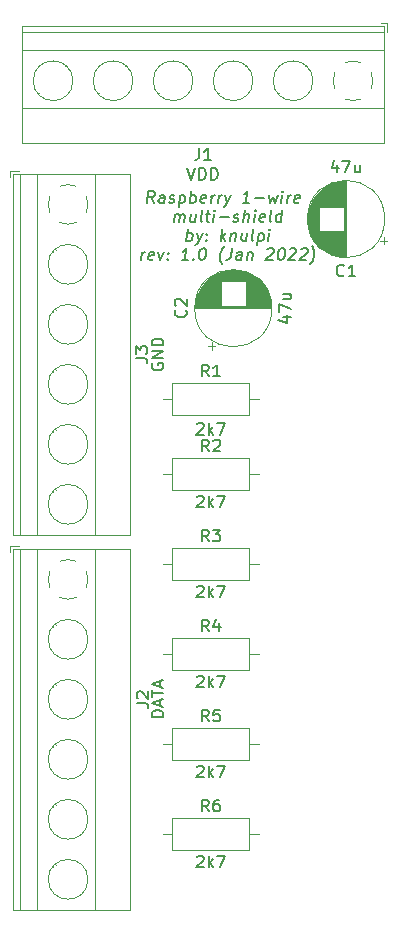
<source format=gbr>
%TF.GenerationSoftware,KiCad,Pcbnew,(6.0.0)*%
%TF.CreationDate,2022-01-13T23:18:41+01:00*%
%TF.ProjectId,pi-1w-shield,70692d31-772d-4736-9869-656c642e6b69,1.0*%
%TF.SameCoordinates,Original*%
%TF.FileFunction,Legend,Top*%
%TF.FilePolarity,Positive*%
%FSLAX46Y46*%
G04 Gerber Fmt 4.6, Leading zero omitted, Abs format (unit mm)*
G04 Created by KiCad (PCBNEW (6.0.0)) date 2022-01-13 23:18:41*
%MOMM*%
%LPD*%
G01*
G04 APERTURE LIST*
%ADD10C,0.150000*%
%ADD11C,0.120000*%
G04 APERTURE END LIST*
D10*
X157116582Y-54486091D02*
X156842772Y-54009901D01*
X156545153Y-54486091D02*
X156670153Y-53486091D01*
X157051105Y-53486091D01*
X157140391Y-53533711D01*
X157182058Y-53581330D01*
X157217772Y-53676568D01*
X157199915Y-53819425D01*
X157140391Y-53914663D01*
X157086820Y-53962282D01*
X156985629Y-54009901D01*
X156604677Y-54009901D01*
X157973725Y-54486091D02*
X158039201Y-53962282D01*
X158003486Y-53867044D01*
X157914201Y-53819425D01*
X157723725Y-53819425D01*
X157622534Y-53867044D01*
X157979677Y-54438472D02*
X157878486Y-54486091D01*
X157640391Y-54486091D01*
X157551105Y-54438472D01*
X157515391Y-54343234D01*
X157527296Y-54247996D01*
X157586820Y-54152758D01*
X157688010Y-54105139D01*
X157926105Y-54105139D01*
X158027296Y-54057520D01*
X158408248Y-54438472D02*
X158497534Y-54486091D01*
X158688010Y-54486091D01*
X158789201Y-54438472D01*
X158848725Y-54343234D01*
X158854677Y-54295615D01*
X158818963Y-54200377D01*
X158729677Y-54152758D01*
X158586820Y-54152758D01*
X158497534Y-54105139D01*
X158461820Y-54009901D01*
X158467772Y-53962282D01*
X158527296Y-53867044D01*
X158628486Y-53819425D01*
X158771344Y-53819425D01*
X158860629Y-53867044D01*
X159342772Y-53819425D02*
X159217772Y-54819425D01*
X159336820Y-53867044D02*
X159438010Y-53819425D01*
X159628486Y-53819425D01*
X159717772Y-53867044D01*
X159759439Y-53914663D01*
X159795153Y-54009901D01*
X159759439Y-54295615D01*
X159699915Y-54390853D01*
X159646344Y-54438472D01*
X159545153Y-54486091D01*
X159354677Y-54486091D01*
X159265391Y-54438472D01*
X160164201Y-54486091D02*
X160289201Y-53486091D01*
X160241582Y-53867044D02*
X160342772Y-53819425D01*
X160533248Y-53819425D01*
X160622534Y-53867044D01*
X160664201Y-53914663D01*
X160699915Y-54009901D01*
X160664201Y-54295615D01*
X160604677Y-54390853D01*
X160551105Y-54438472D01*
X160449915Y-54486091D01*
X160259439Y-54486091D01*
X160170153Y-54438472D01*
X161455867Y-54438472D02*
X161354677Y-54486091D01*
X161164201Y-54486091D01*
X161074915Y-54438472D01*
X161039201Y-54343234D01*
X161086820Y-53962282D01*
X161146344Y-53867044D01*
X161247534Y-53819425D01*
X161438010Y-53819425D01*
X161527296Y-53867044D01*
X161563010Y-53962282D01*
X161551105Y-54057520D01*
X161063010Y-54152758D01*
X161926105Y-54486091D02*
X162009439Y-53819425D01*
X161985629Y-54009901D02*
X162045153Y-53914663D01*
X162098725Y-53867044D01*
X162199915Y-53819425D01*
X162295153Y-53819425D01*
X162545153Y-54486091D02*
X162628486Y-53819425D01*
X162604677Y-54009901D02*
X162664201Y-53914663D01*
X162717772Y-53867044D01*
X162818963Y-53819425D01*
X162914201Y-53819425D01*
X163152296Y-53819425D02*
X163307058Y-54486091D01*
X163628486Y-53819425D02*
X163307058Y-54486091D01*
X163182058Y-54724187D01*
X163128486Y-54771806D01*
X163027296Y-54819425D01*
X165211820Y-54486091D02*
X164640391Y-54486091D01*
X164926105Y-54486091D02*
X165051105Y-53486091D01*
X164938010Y-53628949D01*
X164830867Y-53724187D01*
X164729677Y-53771806D01*
X165688010Y-54105139D02*
X166449915Y-54105139D01*
X166866582Y-53819425D02*
X166973725Y-54486091D01*
X167223725Y-54009901D01*
X167354677Y-54486091D01*
X167628486Y-53819425D01*
X167926105Y-54486091D02*
X168009439Y-53819425D01*
X168051105Y-53486091D02*
X167997534Y-53533711D01*
X168039201Y-53581330D01*
X168092772Y-53533711D01*
X168051105Y-53486091D01*
X168039201Y-53581330D01*
X168402296Y-54486091D02*
X168485629Y-53819425D01*
X168461820Y-54009901D02*
X168521344Y-53914663D01*
X168574915Y-53867044D01*
X168676105Y-53819425D01*
X168771344Y-53819425D01*
X169408248Y-54438472D02*
X169307058Y-54486091D01*
X169116582Y-54486091D01*
X169027296Y-54438472D01*
X168991582Y-54343234D01*
X169039201Y-53962282D01*
X169098725Y-53867044D01*
X169199915Y-53819425D01*
X169390391Y-53819425D01*
X169479677Y-53867044D01*
X169515391Y-53962282D01*
X169503486Y-54057520D01*
X169015391Y-54152758D01*
X158830867Y-56096091D02*
X158914201Y-55429425D01*
X158902296Y-55524663D02*
X158955867Y-55477044D01*
X159057058Y-55429425D01*
X159199915Y-55429425D01*
X159289201Y-55477044D01*
X159324915Y-55572282D01*
X159259439Y-56096091D01*
X159324915Y-55572282D02*
X159384439Y-55477044D01*
X159485629Y-55429425D01*
X159628486Y-55429425D01*
X159717772Y-55477044D01*
X159753486Y-55572282D01*
X159688010Y-56096091D01*
X160676105Y-55429425D02*
X160592772Y-56096091D01*
X160247534Y-55429425D02*
X160182058Y-55953234D01*
X160217772Y-56048472D01*
X160307058Y-56096091D01*
X160449915Y-56096091D01*
X160551105Y-56048472D01*
X160604677Y-56000853D01*
X161211820Y-56096091D02*
X161122534Y-56048472D01*
X161086820Y-55953234D01*
X161193963Y-55096091D01*
X161533248Y-55429425D02*
X161914201Y-55429425D01*
X161717772Y-55096091D02*
X161610629Y-55953234D01*
X161646344Y-56048472D01*
X161735629Y-56096091D01*
X161830867Y-56096091D01*
X162164201Y-56096091D02*
X162247534Y-55429425D01*
X162289201Y-55096091D02*
X162235629Y-55143711D01*
X162277296Y-55191330D01*
X162330867Y-55143711D01*
X162289201Y-55096091D01*
X162277296Y-55191330D01*
X162688010Y-55715139D02*
X163449915Y-55715139D01*
X163836820Y-56048472D02*
X163926105Y-56096091D01*
X164116582Y-56096091D01*
X164217772Y-56048472D01*
X164277296Y-55953234D01*
X164283248Y-55905615D01*
X164247534Y-55810377D01*
X164158248Y-55762758D01*
X164015391Y-55762758D01*
X163926105Y-55715139D01*
X163890391Y-55619901D01*
X163896344Y-55572282D01*
X163955867Y-55477044D01*
X164057058Y-55429425D01*
X164199915Y-55429425D01*
X164289201Y-55477044D01*
X164688010Y-56096091D02*
X164813010Y-55096091D01*
X165116582Y-56096091D02*
X165182058Y-55572282D01*
X165146344Y-55477044D01*
X165057058Y-55429425D01*
X164914201Y-55429425D01*
X164813010Y-55477044D01*
X164759439Y-55524663D01*
X165592772Y-56096091D02*
X165676105Y-55429425D01*
X165717772Y-55096091D02*
X165664201Y-55143711D01*
X165705867Y-55191330D01*
X165759439Y-55143711D01*
X165717772Y-55096091D01*
X165705867Y-55191330D01*
X166455867Y-56048472D02*
X166354677Y-56096091D01*
X166164201Y-56096091D01*
X166074915Y-56048472D01*
X166039201Y-55953234D01*
X166086820Y-55572282D01*
X166146344Y-55477044D01*
X166247534Y-55429425D01*
X166438010Y-55429425D01*
X166527296Y-55477044D01*
X166563010Y-55572282D01*
X166551105Y-55667520D01*
X166063010Y-55762758D01*
X167068963Y-56096091D02*
X166979677Y-56048472D01*
X166943963Y-55953234D01*
X167051105Y-55096091D01*
X167878486Y-56096091D02*
X168003486Y-55096091D01*
X167884439Y-56048472D02*
X167783248Y-56096091D01*
X167592772Y-56096091D01*
X167503486Y-56048472D01*
X167461820Y-56000853D01*
X167426105Y-55905615D01*
X167461820Y-55619901D01*
X167521344Y-55524663D01*
X167574915Y-55477044D01*
X167676105Y-55429425D01*
X167866582Y-55429425D01*
X167955867Y-55477044D01*
X159878486Y-57706091D02*
X160003486Y-56706091D01*
X159955867Y-57087044D02*
X160057058Y-57039425D01*
X160247534Y-57039425D01*
X160336820Y-57087044D01*
X160378486Y-57134663D01*
X160414201Y-57229901D01*
X160378486Y-57515615D01*
X160318963Y-57610853D01*
X160265391Y-57658472D01*
X160164201Y-57706091D01*
X159973725Y-57706091D01*
X159884439Y-57658472D01*
X160771344Y-57039425D02*
X160926105Y-57706091D01*
X161247534Y-57039425D02*
X160926105Y-57706091D01*
X160801105Y-57944187D01*
X160747534Y-57991806D01*
X160646344Y-58039425D01*
X161557058Y-57610853D02*
X161598725Y-57658472D01*
X161545153Y-57706091D01*
X161503486Y-57658472D01*
X161557058Y-57610853D01*
X161545153Y-57706091D01*
X161622534Y-57087044D02*
X161664201Y-57134663D01*
X161610629Y-57182282D01*
X161568963Y-57134663D01*
X161622534Y-57087044D01*
X161610629Y-57182282D01*
X162783248Y-57706091D02*
X162908248Y-56706091D01*
X162926105Y-57325139D02*
X163164201Y-57706091D01*
X163247534Y-57039425D02*
X162818963Y-57420377D01*
X163676105Y-57039425D02*
X163592772Y-57706091D01*
X163664201Y-57134663D02*
X163717772Y-57087044D01*
X163818963Y-57039425D01*
X163961820Y-57039425D01*
X164051105Y-57087044D01*
X164086820Y-57182282D01*
X164021344Y-57706091D01*
X165009439Y-57039425D02*
X164926105Y-57706091D01*
X164580867Y-57039425D02*
X164515391Y-57563234D01*
X164551105Y-57658472D01*
X164640391Y-57706091D01*
X164783248Y-57706091D01*
X164884439Y-57658472D01*
X164938010Y-57610853D01*
X165545153Y-57706091D02*
X165455867Y-57658472D01*
X165420153Y-57563234D01*
X165527296Y-56706091D01*
X166009439Y-57039425D02*
X165884439Y-58039425D01*
X166003486Y-57087044D02*
X166104677Y-57039425D01*
X166295153Y-57039425D01*
X166384439Y-57087044D01*
X166426105Y-57134663D01*
X166461820Y-57229901D01*
X166426105Y-57515615D01*
X166366582Y-57610853D01*
X166313010Y-57658472D01*
X166211820Y-57706091D01*
X166021344Y-57706091D01*
X165932058Y-57658472D01*
X166830867Y-57706091D02*
X166914201Y-57039425D01*
X166955867Y-56706091D02*
X166902296Y-56753711D01*
X166943963Y-56801330D01*
X166997534Y-56753711D01*
X166955867Y-56706091D01*
X166943963Y-56801330D01*
X156045153Y-59316091D02*
X156128486Y-58649425D01*
X156104677Y-58839901D02*
X156164201Y-58744663D01*
X156217772Y-58697044D01*
X156318963Y-58649425D01*
X156414201Y-58649425D01*
X157051105Y-59268472D02*
X156949915Y-59316091D01*
X156759439Y-59316091D01*
X156670153Y-59268472D01*
X156634439Y-59173234D01*
X156682058Y-58792282D01*
X156741582Y-58697044D01*
X156842772Y-58649425D01*
X157033248Y-58649425D01*
X157122534Y-58697044D01*
X157158248Y-58792282D01*
X157146344Y-58887520D01*
X156658248Y-58982758D01*
X157509439Y-58649425D02*
X157664201Y-59316091D01*
X157985629Y-58649425D01*
X158295153Y-59220853D02*
X158336820Y-59268472D01*
X158283248Y-59316091D01*
X158241582Y-59268472D01*
X158295153Y-59220853D01*
X158283248Y-59316091D01*
X158360629Y-58697044D02*
X158402296Y-58744663D01*
X158348725Y-58792282D01*
X158307058Y-58744663D01*
X158360629Y-58697044D01*
X158348725Y-58792282D01*
X160045153Y-59316091D02*
X159473725Y-59316091D01*
X159759439Y-59316091D02*
X159884439Y-58316091D01*
X159771344Y-58458949D01*
X159664201Y-58554187D01*
X159563010Y-58601806D01*
X160485629Y-59220853D02*
X160527296Y-59268472D01*
X160473725Y-59316091D01*
X160432058Y-59268472D01*
X160485629Y-59220853D01*
X160473725Y-59316091D01*
X161265391Y-58316091D02*
X161360629Y-58316091D01*
X161449915Y-58363711D01*
X161491582Y-58411330D01*
X161527296Y-58506568D01*
X161551105Y-58697044D01*
X161521344Y-58935139D01*
X161449915Y-59125615D01*
X161390391Y-59220853D01*
X161336820Y-59268472D01*
X161235629Y-59316091D01*
X161140391Y-59316091D01*
X161051105Y-59268472D01*
X161009439Y-59220853D01*
X160973725Y-59125615D01*
X160949915Y-58935139D01*
X160979677Y-58697044D01*
X161051105Y-58506568D01*
X161110629Y-58411330D01*
X161164201Y-58363711D01*
X161265391Y-58316091D01*
X162902296Y-59697044D02*
X162860629Y-59649425D01*
X162783248Y-59506568D01*
X162747534Y-59411330D01*
X162717772Y-59268472D01*
X162699915Y-59030377D01*
X162723725Y-58839901D01*
X162801105Y-58601806D01*
X162866582Y-58458949D01*
X162926105Y-58363711D01*
X163039201Y-58220853D01*
X163092772Y-58173234D01*
X163741582Y-58316091D02*
X163652296Y-59030377D01*
X163586820Y-59173234D01*
X163479677Y-59268472D01*
X163330867Y-59316091D01*
X163235629Y-59316091D01*
X164521344Y-59316091D02*
X164586820Y-58792282D01*
X164551105Y-58697044D01*
X164461820Y-58649425D01*
X164271344Y-58649425D01*
X164170153Y-58697044D01*
X164527296Y-59268472D02*
X164426105Y-59316091D01*
X164188010Y-59316091D01*
X164098725Y-59268472D01*
X164063010Y-59173234D01*
X164074915Y-59077996D01*
X164134439Y-58982758D01*
X164235629Y-58935139D01*
X164473725Y-58935139D01*
X164574915Y-58887520D01*
X165080867Y-58649425D02*
X164997534Y-59316091D01*
X165068963Y-58744663D02*
X165122534Y-58697044D01*
X165223725Y-58649425D01*
X165366582Y-58649425D01*
X165455867Y-58697044D01*
X165491582Y-58792282D01*
X165426105Y-59316091D01*
X166729677Y-58411330D02*
X166783248Y-58363711D01*
X166884439Y-58316091D01*
X167122534Y-58316091D01*
X167211820Y-58363711D01*
X167253486Y-58411330D01*
X167289201Y-58506568D01*
X167277296Y-58601806D01*
X167211820Y-58744663D01*
X166568963Y-59316091D01*
X167188010Y-59316091D01*
X167932058Y-58316091D02*
X168027296Y-58316091D01*
X168116582Y-58363711D01*
X168158248Y-58411330D01*
X168193963Y-58506568D01*
X168217772Y-58697044D01*
X168188010Y-58935139D01*
X168116582Y-59125615D01*
X168057058Y-59220853D01*
X168003486Y-59268472D01*
X167902296Y-59316091D01*
X167807058Y-59316091D01*
X167717772Y-59268472D01*
X167676105Y-59220853D01*
X167640391Y-59125615D01*
X167616582Y-58935139D01*
X167646344Y-58697044D01*
X167717772Y-58506568D01*
X167777296Y-58411330D01*
X167830867Y-58363711D01*
X167932058Y-58316091D01*
X168634439Y-58411330D02*
X168688010Y-58363711D01*
X168789201Y-58316091D01*
X169027296Y-58316091D01*
X169116582Y-58363711D01*
X169158248Y-58411330D01*
X169193963Y-58506568D01*
X169182058Y-58601806D01*
X169116582Y-58744663D01*
X168473725Y-59316091D01*
X169092772Y-59316091D01*
X169586820Y-58411330D02*
X169640391Y-58363711D01*
X169741582Y-58316091D01*
X169979677Y-58316091D01*
X170068963Y-58363711D01*
X170110629Y-58411330D01*
X170146344Y-58506568D01*
X170134439Y-58601806D01*
X170068963Y-58744663D01*
X169426105Y-59316091D01*
X170045153Y-59316091D01*
X170330867Y-59697044D02*
X170384439Y-59649425D01*
X170497534Y-59506568D01*
X170557058Y-59411330D01*
X170622534Y-59268472D01*
X170699915Y-59030377D01*
X170723725Y-58839901D01*
X170705867Y-58601806D01*
X170676105Y-58458949D01*
X170640391Y-58363711D01*
X170563010Y-58220853D01*
X170521344Y-58173234D01*
%TO.C,R5*%
X161778333Y-98382380D02*
X161445000Y-97906190D01*
X161206904Y-98382380D02*
X161206904Y-97382380D01*
X161587857Y-97382380D01*
X161683095Y-97430000D01*
X161730714Y-97477619D01*
X161778333Y-97572857D01*
X161778333Y-97715714D01*
X161730714Y-97810952D01*
X161683095Y-97858571D01*
X161587857Y-97906190D01*
X161206904Y-97906190D01*
X162683095Y-97382380D02*
X162206904Y-97382380D01*
X162159285Y-97858571D01*
X162206904Y-97810952D01*
X162302142Y-97763333D01*
X162540238Y-97763333D01*
X162635476Y-97810952D01*
X162683095Y-97858571D01*
X162730714Y-97953809D01*
X162730714Y-98191904D01*
X162683095Y-98287142D01*
X162635476Y-98334761D01*
X162540238Y-98382380D01*
X162302142Y-98382380D01*
X162206904Y-98334761D01*
X162159285Y-98287142D01*
X160778333Y-102217619D02*
X160825952Y-102170000D01*
X160921190Y-102122380D01*
X161159285Y-102122380D01*
X161254523Y-102170000D01*
X161302142Y-102217619D01*
X161349761Y-102312857D01*
X161349761Y-102408095D01*
X161302142Y-102550952D01*
X160730714Y-103122380D01*
X161349761Y-103122380D01*
X161778333Y-103122380D02*
X161778333Y-102122380D01*
X161873571Y-102741428D02*
X162159285Y-103122380D01*
X162159285Y-102455714D02*
X161778333Y-102836666D01*
X162492619Y-102122380D02*
X163159285Y-102122380D01*
X162730714Y-103122380D01*
%TO.C,R2*%
X161778333Y-75522380D02*
X161445000Y-75046190D01*
X161206904Y-75522380D02*
X161206904Y-74522380D01*
X161587857Y-74522380D01*
X161683095Y-74570000D01*
X161730714Y-74617619D01*
X161778333Y-74712857D01*
X161778333Y-74855714D01*
X161730714Y-74950952D01*
X161683095Y-74998571D01*
X161587857Y-75046190D01*
X161206904Y-75046190D01*
X162159285Y-74617619D02*
X162206904Y-74570000D01*
X162302142Y-74522380D01*
X162540238Y-74522380D01*
X162635476Y-74570000D01*
X162683095Y-74617619D01*
X162730714Y-74712857D01*
X162730714Y-74808095D01*
X162683095Y-74950952D01*
X162111666Y-75522380D01*
X162730714Y-75522380D01*
X160778333Y-79357619D02*
X160825952Y-79310000D01*
X160921190Y-79262380D01*
X161159285Y-79262380D01*
X161254523Y-79310000D01*
X161302142Y-79357619D01*
X161349761Y-79452857D01*
X161349761Y-79548095D01*
X161302142Y-79690952D01*
X160730714Y-80262380D01*
X161349761Y-80262380D01*
X161778333Y-80262380D02*
X161778333Y-79262380D01*
X161873571Y-79881428D02*
X162159285Y-80262380D01*
X162159285Y-79595714D02*
X161778333Y-79976666D01*
X162492619Y-79262380D02*
X163159285Y-79262380D01*
X162730714Y-80262380D01*
%TO.C,R4*%
X161778333Y-90762380D02*
X161445000Y-90286190D01*
X161206904Y-90762380D02*
X161206904Y-89762380D01*
X161587857Y-89762380D01*
X161683095Y-89810000D01*
X161730714Y-89857619D01*
X161778333Y-89952857D01*
X161778333Y-90095714D01*
X161730714Y-90190952D01*
X161683095Y-90238571D01*
X161587857Y-90286190D01*
X161206904Y-90286190D01*
X162635476Y-90095714D02*
X162635476Y-90762380D01*
X162397380Y-89714761D02*
X162159285Y-90429047D01*
X162778333Y-90429047D01*
X160778333Y-94597619D02*
X160825952Y-94550000D01*
X160921190Y-94502380D01*
X161159285Y-94502380D01*
X161254523Y-94550000D01*
X161302142Y-94597619D01*
X161349761Y-94692857D01*
X161349761Y-94788095D01*
X161302142Y-94930952D01*
X160730714Y-95502380D01*
X161349761Y-95502380D01*
X161778333Y-95502380D02*
X161778333Y-94502380D01*
X161873571Y-95121428D02*
X162159285Y-95502380D01*
X162159285Y-94835714D02*
X161778333Y-95216666D01*
X162492619Y-94502380D02*
X163159285Y-94502380D01*
X162730714Y-95502380D01*
%TO.C,R1*%
X161778333Y-69172380D02*
X161445000Y-68696190D01*
X161206904Y-69172380D02*
X161206904Y-68172380D01*
X161587857Y-68172380D01*
X161683095Y-68220000D01*
X161730714Y-68267619D01*
X161778333Y-68362857D01*
X161778333Y-68505714D01*
X161730714Y-68600952D01*
X161683095Y-68648571D01*
X161587857Y-68696190D01*
X161206904Y-68696190D01*
X162730714Y-69172380D02*
X162159285Y-69172380D01*
X162445000Y-69172380D02*
X162445000Y-68172380D01*
X162349761Y-68315238D01*
X162254523Y-68410476D01*
X162159285Y-68458095D01*
X160778333Y-73207619D02*
X160825952Y-73160000D01*
X160921190Y-73112380D01*
X161159285Y-73112380D01*
X161254523Y-73160000D01*
X161302142Y-73207619D01*
X161349761Y-73302857D01*
X161349761Y-73398095D01*
X161302142Y-73540952D01*
X160730714Y-74112380D01*
X161349761Y-74112380D01*
X161778333Y-74112380D02*
X161778333Y-73112380D01*
X161873571Y-73731428D02*
X162159285Y-74112380D01*
X162159285Y-73445714D02*
X161778333Y-73826666D01*
X162492619Y-73112380D02*
X163159285Y-73112380D01*
X162730714Y-74112380D01*
%TO.C,R6*%
X161778333Y-106002380D02*
X161445000Y-105526190D01*
X161206904Y-106002380D02*
X161206904Y-105002380D01*
X161587857Y-105002380D01*
X161683095Y-105050000D01*
X161730714Y-105097619D01*
X161778333Y-105192857D01*
X161778333Y-105335714D01*
X161730714Y-105430952D01*
X161683095Y-105478571D01*
X161587857Y-105526190D01*
X161206904Y-105526190D01*
X162635476Y-105002380D02*
X162445000Y-105002380D01*
X162349761Y-105050000D01*
X162302142Y-105097619D01*
X162206904Y-105240476D01*
X162159285Y-105430952D01*
X162159285Y-105811904D01*
X162206904Y-105907142D01*
X162254523Y-105954761D01*
X162349761Y-106002380D01*
X162540238Y-106002380D01*
X162635476Y-105954761D01*
X162683095Y-105907142D01*
X162730714Y-105811904D01*
X162730714Y-105573809D01*
X162683095Y-105478571D01*
X162635476Y-105430952D01*
X162540238Y-105383333D01*
X162349761Y-105383333D01*
X162254523Y-105430952D01*
X162206904Y-105478571D01*
X162159285Y-105573809D01*
X160778333Y-109837619D02*
X160825952Y-109790000D01*
X160921190Y-109742380D01*
X161159285Y-109742380D01*
X161254523Y-109790000D01*
X161302142Y-109837619D01*
X161349761Y-109932857D01*
X161349761Y-110028095D01*
X161302142Y-110170952D01*
X160730714Y-110742380D01*
X161349761Y-110742380D01*
X161778333Y-110742380D02*
X161778333Y-109742380D01*
X161873571Y-110361428D02*
X162159285Y-110742380D01*
X162159285Y-110075714D02*
X161778333Y-110456666D01*
X162492619Y-109742380D02*
X163159285Y-109742380D01*
X162730714Y-110742380D01*
%TO.C,C2*%
X159807142Y-63569046D02*
X159854761Y-63616665D01*
X159902380Y-63759522D01*
X159902380Y-63854760D01*
X159854761Y-63997618D01*
X159759523Y-64092856D01*
X159664285Y-64140475D01*
X159473809Y-64188094D01*
X159330952Y-64188094D01*
X159140476Y-64140475D01*
X159045238Y-64092856D01*
X158950000Y-63997618D01*
X158902380Y-63854760D01*
X158902380Y-63759522D01*
X158950000Y-63616665D01*
X158997619Y-63569046D01*
X158997619Y-63188094D02*
X158950000Y-63140475D01*
X158902380Y-63045237D01*
X158902380Y-62807141D01*
X158950000Y-62711903D01*
X158997619Y-62664284D01*
X159092857Y-62616665D01*
X159188095Y-62616665D01*
X159330952Y-62664284D01*
X159902380Y-63235713D01*
X159902380Y-62616665D01*
X168035714Y-64140475D02*
X168702380Y-64140475D01*
X167654761Y-64378570D02*
X168369047Y-64616665D01*
X168369047Y-63997618D01*
X167702380Y-63711903D02*
X167702380Y-63045237D01*
X168702380Y-63473808D01*
X168035714Y-62235713D02*
X168702380Y-62235713D01*
X168035714Y-62664284D02*
X168559523Y-62664284D01*
X168654761Y-62616665D01*
X168702380Y-62521427D01*
X168702380Y-62378570D01*
X168654761Y-62283332D01*
X168607142Y-62235713D01*
%TO.C,C1*%
X173228333Y-60607142D02*
X173180714Y-60654761D01*
X173037857Y-60702380D01*
X172942619Y-60702380D01*
X172799761Y-60654761D01*
X172704523Y-60559523D01*
X172656904Y-60464285D01*
X172609285Y-60273809D01*
X172609285Y-60130952D01*
X172656904Y-59940476D01*
X172704523Y-59845238D01*
X172799761Y-59750000D01*
X172942619Y-59702380D01*
X173037857Y-59702380D01*
X173180714Y-59750000D01*
X173228333Y-59797619D01*
X174180714Y-60702380D02*
X173609285Y-60702380D01*
X173895000Y-60702380D02*
X173895000Y-59702380D01*
X173799761Y-59845238D01*
X173704523Y-59940476D01*
X173609285Y-59988095D01*
X172656904Y-51235714D02*
X172656904Y-51902380D01*
X172418809Y-50854761D02*
X172180714Y-51569047D01*
X172799761Y-51569047D01*
X173085476Y-50902380D02*
X173752142Y-50902380D01*
X173323571Y-51902380D01*
X174561666Y-51235714D02*
X174561666Y-51902380D01*
X174133095Y-51235714D02*
X174133095Y-51759523D01*
X174180714Y-51854761D01*
X174275952Y-51902380D01*
X174418809Y-51902380D01*
X174514047Y-51854761D01*
X174561666Y-51807142D01*
%TO.C,J2*%
X155662380Y-96853333D02*
X156376666Y-96853333D01*
X156519523Y-96900952D01*
X156614761Y-96996190D01*
X156662380Y-97139047D01*
X156662380Y-97234285D01*
X155757619Y-96424761D02*
X155710000Y-96377142D01*
X155662380Y-96281904D01*
X155662380Y-96043809D01*
X155710000Y-95948571D01*
X155757619Y-95900952D01*
X155852857Y-95853333D01*
X155948095Y-95853333D01*
X156090952Y-95900952D01*
X156662380Y-96472380D01*
X156662380Y-95853333D01*
X157932380Y-98020000D02*
X156932380Y-98020000D01*
X156932380Y-97781904D01*
X156980000Y-97639047D01*
X157075238Y-97543809D01*
X157170476Y-97496190D01*
X157360952Y-97448571D01*
X157503809Y-97448571D01*
X157694285Y-97496190D01*
X157789523Y-97543809D01*
X157884761Y-97639047D01*
X157932380Y-97781904D01*
X157932380Y-98020000D01*
X157646666Y-97067619D02*
X157646666Y-96591428D01*
X157932380Y-97162857D02*
X156932380Y-96829523D01*
X157932380Y-96496190D01*
X156932380Y-96305714D02*
X156932380Y-95734285D01*
X157932380Y-96020000D02*
X156932380Y-96020000D01*
X157646666Y-95448571D02*
X157646666Y-94972380D01*
X157932380Y-95543809D02*
X156932380Y-95210476D01*
X157932380Y-94877142D01*
%TO.C,J3*%
X155572380Y-67643333D02*
X156286666Y-67643333D01*
X156429523Y-67690952D01*
X156524761Y-67786190D01*
X156572380Y-67929047D01*
X156572380Y-68024285D01*
X155572380Y-67262380D02*
X155572380Y-66643333D01*
X155953333Y-66976666D01*
X155953333Y-66833809D01*
X156000952Y-66738571D01*
X156048571Y-66690952D01*
X156143809Y-66643333D01*
X156381904Y-66643333D01*
X156477142Y-66690952D01*
X156524761Y-66738571D01*
X156572380Y-66833809D01*
X156572380Y-67119523D01*
X156524761Y-67214761D01*
X156477142Y-67262380D01*
X156980000Y-68071904D02*
X156932380Y-68167142D01*
X156932380Y-68310000D01*
X156980000Y-68452857D01*
X157075238Y-68548095D01*
X157170476Y-68595714D01*
X157360952Y-68643333D01*
X157503809Y-68643333D01*
X157694285Y-68595714D01*
X157789523Y-68548095D01*
X157884761Y-68452857D01*
X157932380Y-68310000D01*
X157932380Y-68214761D01*
X157884761Y-68071904D01*
X157837142Y-68024285D01*
X157503809Y-68024285D01*
X157503809Y-68214761D01*
X157932380Y-67595714D02*
X156932380Y-67595714D01*
X157932380Y-67024285D01*
X156932380Y-67024285D01*
X157932380Y-66548095D02*
X156932380Y-66548095D01*
X156932380Y-66310000D01*
X156980000Y-66167142D01*
X157075238Y-66071904D01*
X157170476Y-66024285D01*
X157360952Y-65976666D01*
X157503809Y-65976666D01*
X157694285Y-66024285D01*
X157789523Y-66071904D01*
X157884761Y-66167142D01*
X157932380Y-66310000D01*
X157932380Y-66548095D01*
%TO.C,J1*%
X160956666Y-49857380D02*
X160956666Y-50571666D01*
X160909047Y-50714523D01*
X160813809Y-50809761D01*
X160670952Y-50857380D01*
X160575714Y-50857380D01*
X161956666Y-50857380D02*
X161385238Y-50857380D01*
X161670952Y-50857380D02*
X161670952Y-49857380D01*
X161575714Y-50000238D01*
X161480476Y-50095476D01*
X161385238Y-50143095D01*
X159956666Y-51522380D02*
X160290000Y-52522380D01*
X160623333Y-51522380D01*
X160956666Y-52522380D02*
X160956666Y-51522380D01*
X161194761Y-51522380D01*
X161337619Y-51570000D01*
X161432857Y-51665238D01*
X161480476Y-51760476D01*
X161528095Y-51950952D01*
X161528095Y-52093809D01*
X161480476Y-52284285D01*
X161432857Y-52379523D01*
X161337619Y-52474761D01*
X161194761Y-52522380D01*
X160956666Y-52522380D01*
X161956666Y-52522380D02*
X161956666Y-51522380D01*
X162194761Y-51522380D01*
X162337619Y-51570000D01*
X162432857Y-51665238D01*
X162480476Y-51760476D01*
X162528095Y-51950952D01*
X162528095Y-52093809D01*
X162480476Y-52284285D01*
X162432857Y-52379523D01*
X162337619Y-52474761D01*
X162194761Y-52522380D01*
X161956666Y-52522380D01*
%TO.C,R3*%
X161778333Y-83142380D02*
X161445000Y-82666190D01*
X161206904Y-83142380D02*
X161206904Y-82142380D01*
X161587857Y-82142380D01*
X161683095Y-82190000D01*
X161730714Y-82237619D01*
X161778333Y-82332857D01*
X161778333Y-82475714D01*
X161730714Y-82570952D01*
X161683095Y-82618571D01*
X161587857Y-82666190D01*
X161206904Y-82666190D01*
X162111666Y-82142380D02*
X162730714Y-82142380D01*
X162397380Y-82523333D01*
X162540238Y-82523333D01*
X162635476Y-82570952D01*
X162683095Y-82618571D01*
X162730714Y-82713809D01*
X162730714Y-82951904D01*
X162683095Y-83047142D01*
X162635476Y-83094761D01*
X162540238Y-83142380D01*
X162254523Y-83142380D01*
X162159285Y-83094761D01*
X162111666Y-83047142D01*
X160778333Y-86977619D02*
X160825952Y-86930000D01*
X160921190Y-86882380D01*
X161159285Y-86882380D01*
X161254523Y-86930000D01*
X161302142Y-86977619D01*
X161349761Y-87072857D01*
X161349761Y-87168095D01*
X161302142Y-87310952D01*
X160730714Y-87882380D01*
X161349761Y-87882380D01*
X161778333Y-87882380D02*
X161778333Y-86882380D01*
X161873571Y-87501428D02*
X162159285Y-87882380D01*
X162159285Y-87215714D02*
X161778333Y-87596666D01*
X162492619Y-86882380D02*
X163159285Y-86882380D01*
X162730714Y-87882380D01*
D11*
%TO.C,R5*%
X157905000Y-100300000D02*
X158675000Y-100300000D01*
X158675000Y-98930000D02*
X158675000Y-101670000D01*
X165985000Y-100300000D02*
X165215000Y-100300000D01*
X165215000Y-101670000D02*
X165215000Y-98930000D01*
X158675000Y-101670000D02*
X165215000Y-101670000D01*
X165215000Y-98930000D02*
X158675000Y-98930000D01*
%TO.C,R2*%
X165985000Y-77440000D02*
X165215000Y-77440000D01*
X158675000Y-78810000D02*
X165215000Y-78810000D01*
X165215000Y-76070000D02*
X158675000Y-76070000D01*
X165215000Y-78810000D02*
X165215000Y-76070000D01*
X158675000Y-76070000D02*
X158675000Y-78810000D01*
X157905000Y-77440000D02*
X158675000Y-77440000D01*
%TO.C,R4*%
X157905000Y-92680000D02*
X158675000Y-92680000D01*
X158675000Y-94050000D02*
X165215000Y-94050000D01*
X158675000Y-91310000D02*
X158675000Y-94050000D01*
X165985000Y-92680000D02*
X165215000Y-92680000D01*
X165215000Y-91310000D02*
X158675000Y-91310000D01*
X165215000Y-94050000D02*
X165215000Y-91310000D01*
%TO.C,R1*%
X158675000Y-69720000D02*
X158675000Y-72460000D01*
X165215000Y-69720000D02*
X158675000Y-69720000D01*
X157905000Y-71090000D02*
X158675000Y-71090000D01*
X158675000Y-72460000D02*
X165215000Y-72460000D01*
X165985000Y-71090000D02*
X165215000Y-71090000D01*
X165215000Y-72460000D02*
X165215000Y-69720000D01*
%TO.C,R6*%
X157905000Y-107920000D02*
X158675000Y-107920000D01*
X158675000Y-106550000D02*
X158675000Y-109290000D01*
X165215000Y-109290000D02*
X165215000Y-106550000D01*
X165215000Y-106550000D02*
X158675000Y-106550000D01*
X158675000Y-109290000D02*
X165215000Y-109290000D01*
X165985000Y-107920000D02*
X165215000Y-107920000D01*
%TO.C,C2*%
X160620000Y-63322380D02*
X167080000Y-63322380D01*
X164890000Y-62481380D02*
X166948000Y-62481380D01*
X161626000Y-61041380D02*
X166074000Y-61041380D01*
X164890000Y-61281380D02*
X166300000Y-61281380D01*
X161272000Y-61441380D02*
X162810000Y-61441380D01*
X160974000Y-61921380D02*
X162810000Y-61921380D01*
X164890000Y-62041380D02*
X166784000Y-62041380D01*
X160635000Y-63082380D02*
X162810000Y-63082380D01*
X161507000Y-61161380D02*
X162810000Y-61161380D01*
X160789000Y-62361380D02*
X162810000Y-62361380D01*
X161038000Y-61801380D02*
X162810000Y-61801380D01*
X164890000Y-62802380D02*
X167025000Y-62802380D01*
X163217000Y-60201380D02*
X164483000Y-60201380D01*
X164890000Y-62601380D02*
X166981000Y-62601380D01*
X160620000Y-63362380D02*
X167080000Y-63362380D01*
X164890000Y-63042380D02*
X167061000Y-63042380D01*
X164890000Y-61761380D02*
X166640000Y-61761380D01*
X164890000Y-62441380D02*
X166936000Y-62441380D01*
X160675000Y-62802380D02*
X162810000Y-62802380D01*
X161214000Y-61521380D02*
X162810000Y-61521380D01*
X163448000Y-60161380D02*
X164252000Y-60161380D01*
X160668000Y-62842380D02*
X162810000Y-62842380D01*
X161713000Y-60961380D02*
X165987000Y-60961380D01*
X161334000Y-61361380D02*
X162810000Y-61361380D01*
X164890000Y-62001380D02*
X166766000Y-62001380D01*
X160764000Y-62441380D02*
X162810000Y-62441380D01*
X161758000Y-60921380D02*
X165942000Y-60921380D01*
X164890000Y-63122380D02*
X167068000Y-63122380D01*
X160620000Y-63402380D02*
X167080000Y-63402380D01*
X164890000Y-62882380D02*
X167039000Y-62882380D01*
X162685000Y-60361380D02*
X165015000Y-60361380D01*
X161400000Y-61281380D02*
X162810000Y-61281380D01*
X160691000Y-62722380D02*
X162810000Y-62722380D01*
X164890000Y-61601380D02*
X166540000Y-61601380D01*
X164890000Y-61481380D02*
X166457000Y-61481380D01*
X160934000Y-62001380D02*
X162810000Y-62001380D01*
X160848000Y-62201380D02*
X162810000Y-62201380D01*
X164890000Y-61361380D02*
X166366000Y-61361380D01*
X160864000Y-62161380D02*
X162810000Y-62161380D01*
X161186000Y-61561380D02*
X162810000Y-61561380D01*
X160740000Y-62521380D02*
X162810000Y-62521380D01*
X162910000Y-60281380D02*
X164790000Y-60281380D01*
X162418000Y-60481380D02*
X165282000Y-60481380D01*
X164890000Y-62762380D02*
X167017000Y-62762380D01*
X160994000Y-61881380D02*
X162810000Y-61881380D01*
X164890000Y-62321380D02*
X166897000Y-62321380D01*
X164890000Y-61921380D02*
X166726000Y-61921380D01*
X164890000Y-61561380D02*
X166514000Y-61561380D01*
X164890000Y-61961380D02*
X166746000Y-61961380D01*
X160709000Y-62641380D02*
X162810000Y-62641380D01*
X164890000Y-61721380D02*
X166616000Y-61721380D01*
X162200000Y-60601380D02*
X165500000Y-60601380D01*
X164890000Y-61881380D02*
X166706000Y-61881380D01*
X161302000Y-61401380D02*
X162810000Y-61401380D01*
X160623000Y-63242380D02*
X167077000Y-63242380D01*
X164890000Y-62641380D02*
X166991000Y-62641380D01*
X164890000Y-61641380D02*
X166566000Y-61641380D01*
X161960000Y-60761380D02*
X165740000Y-60761380D01*
X164890000Y-62962380D02*
X167051000Y-62962380D01*
X164890000Y-62521380D02*
X166960000Y-62521380D01*
X161806000Y-60881380D02*
X165894000Y-60881380D01*
X161434000Y-61241380D02*
X162810000Y-61241380D01*
X160817000Y-62281380D02*
X162810000Y-62281380D01*
X160803000Y-62321380D02*
X162810000Y-62321380D01*
X160649000Y-62962380D02*
X162810000Y-62962380D01*
X164890000Y-62401380D02*
X166924000Y-62401380D01*
X162136000Y-60641380D02*
X165564000Y-60641380D01*
X160644000Y-63002380D02*
X162810000Y-63002380D01*
X164890000Y-63082380D02*
X167065000Y-63082380D01*
X164890000Y-62722380D02*
X167009000Y-62722380D01*
X161906000Y-60801380D02*
X165794000Y-60801380D01*
X162791000Y-60321380D02*
X164909000Y-60321380D01*
X163048000Y-60241380D02*
X164652000Y-60241380D01*
X164890000Y-61121380D02*
X166155000Y-61121380D01*
X164890000Y-62681380D02*
X167000000Y-62681380D01*
X164890000Y-61681380D02*
X166592000Y-61681380D01*
X164890000Y-61161380D02*
X166193000Y-61161380D01*
X164890000Y-62281380D02*
X166883000Y-62281380D01*
X160622000Y-63282380D02*
X167078000Y-63282380D01*
X160752000Y-62481380D02*
X162810000Y-62481380D01*
X160639000Y-63042380D02*
X162810000Y-63042380D01*
X164890000Y-62922380D02*
X167045000Y-62922380D01*
X164890000Y-62241380D02*
X166868000Y-62241380D01*
X164890000Y-62121380D02*
X166820000Y-62121380D01*
X164890000Y-62361380D02*
X166911000Y-62361380D01*
X164890000Y-61521380D02*
X166486000Y-61521380D01*
X164890000Y-61841380D02*
X166684000Y-61841380D01*
X162588000Y-60401380D02*
X165112000Y-60401380D01*
X161084000Y-61721380D02*
X162810000Y-61721380D01*
X164890000Y-61241380D02*
X166266000Y-61241380D01*
X160700000Y-62681380D02*
X162810000Y-62681380D01*
X161585000Y-61081380D02*
X166115000Y-61081380D01*
X164890000Y-61321380D02*
X166334000Y-61321380D01*
X164890000Y-63002380D02*
X167056000Y-63002380D01*
X160632000Y-63122380D02*
X162810000Y-63122380D01*
X161108000Y-61681380D02*
X162810000Y-61681380D01*
X164890000Y-61401380D02*
X166398000Y-61401380D01*
X160880000Y-62121380D02*
X162810000Y-62121380D01*
X161016000Y-61841380D02*
X162810000Y-61841380D01*
X162269000Y-60561380D02*
X165431000Y-60561380D01*
X161470000Y-61201380D02*
X162810000Y-61201380D01*
X161545000Y-61121380D02*
X162810000Y-61121380D01*
X160916000Y-62041380D02*
X162810000Y-62041380D01*
X161366000Y-61321380D02*
X162810000Y-61321380D01*
X160729000Y-62561380D02*
X162810000Y-62561380D01*
X160628000Y-63162380D02*
X162810000Y-63162380D01*
X161160000Y-61601380D02*
X162810000Y-61601380D01*
X164890000Y-62561380D02*
X166971000Y-62561380D01*
X164890000Y-61201380D02*
X166230000Y-61201380D01*
X160661000Y-62882380D02*
X162810000Y-62882380D01*
X162016000Y-60721380D02*
X165684000Y-60721380D01*
X161855000Y-60841380D02*
X165845000Y-60841380D01*
X160683000Y-62762380D02*
X162810000Y-62762380D01*
X161134000Y-61641380D02*
X162810000Y-61641380D01*
X160626000Y-63202380D02*
X167074000Y-63202380D01*
X161243000Y-61481380D02*
X162810000Y-61481380D01*
X164890000Y-62842380D02*
X167032000Y-62842380D01*
X160655000Y-62922380D02*
X162810000Y-62922380D01*
X164890000Y-62161380D02*
X166836000Y-62161380D01*
X162500000Y-60441380D02*
X165200000Y-60441380D01*
X164890000Y-61801380D02*
X166662000Y-61801380D01*
X160898000Y-62081380D02*
X162810000Y-62081380D01*
X161060000Y-61761380D02*
X162810000Y-61761380D01*
X164890000Y-61441380D02*
X166428000Y-61441380D01*
X162074000Y-60681380D02*
X165626000Y-60681380D01*
X162341000Y-60521380D02*
X165359000Y-60521380D01*
X162011000Y-66902621D02*
X162011000Y-66272621D01*
X160832000Y-62241380D02*
X162810000Y-62241380D01*
X164890000Y-62081380D02*
X166802000Y-62081380D01*
X164890000Y-62201380D02*
X166852000Y-62201380D01*
X160776000Y-62401380D02*
X162810000Y-62401380D01*
X160719000Y-62601380D02*
X162810000Y-62601380D01*
X161668000Y-61001380D02*
X166032000Y-61001380D01*
X161696000Y-66587621D02*
X162326000Y-66587621D01*
X164890000Y-63162380D02*
X167072000Y-63162380D01*
X160954000Y-61961380D02*
X162810000Y-61961380D01*
X167120000Y-63402380D02*
G75*
G03*
X167120000Y-63402380I-3270000J0D01*
G01*
%TO.C,C1*%
X171874000Y-58706000D02*
X171874000Y-56890000D01*
X172875000Y-54810000D02*
X172875000Y-52661000D01*
X173075000Y-54810000D02*
X173075000Y-52635000D01*
X171474000Y-58457000D02*
X171474000Y-56890000D01*
X176895241Y-57689000D02*
X176265241Y-57689000D01*
X172274000Y-58883000D02*
X172274000Y-56890000D01*
X171114000Y-58155000D02*
X171114000Y-56890000D01*
X170474000Y-57282000D02*
X170474000Y-54418000D01*
X171634000Y-58566000D02*
X171634000Y-56890000D01*
X171354000Y-54810000D02*
X171354000Y-53334000D01*
X172634000Y-58991000D02*
X172634000Y-56890000D01*
X171154000Y-58193000D02*
X171154000Y-56890000D01*
X171514000Y-58486000D02*
X171514000Y-56890000D01*
X171274000Y-54810000D02*
X171274000Y-53400000D01*
X172474000Y-58948000D02*
X172474000Y-56890000D01*
X171434000Y-54810000D02*
X171434000Y-53272000D01*
X171234000Y-54810000D02*
X171234000Y-53434000D01*
X172394000Y-58924000D02*
X172394000Y-56890000D01*
X172314000Y-54810000D02*
X172314000Y-52803000D01*
X172394000Y-54810000D02*
X172394000Y-52776000D01*
X173035000Y-54810000D02*
X173035000Y-52639000D01*
X170514000Y-57359000D02*
X170514000Y-54341000D01*
X171594000Y-54810000D02*
X171594000Y-53160000D01*
X173355000Y-59080000D02*
X173355000Y-52620000D01*
X171714000Y-54810000D02*
X171714000Y-53084000D01*
X172234000Y-58868000D02*
X172234000Y-56890000D01*
X172354000Y-54810000D02*
X172354000Y-52789000D01*
X172154000Y-58836000D02*
X172154000Y-56890000D01*
X170394000Y-57112000D02*
X170394000Y-54588000D01*
X172554000Y-58971000D02*
X172554000Y-56890000D01*
X170554000Y-57431000D02*
X170554000Y-54269000D01*
X171034000Y-58074000D02*
X171034000Y-53626000D01*
X171354000Y-58366000D02*
X171354000Y-56890000D01*
X172634000Y-54810000D02*
X172634000Y-52709000D01*
X172554000Y-54810000D02*
X172554000Y-52729000D01*
X172274000Y-54810000D02*
X172274000Y-52817000D01*
X171954000Y-58746000D02*
X171954000Y-56890000D01*
X173075000Y-59065000D02*
X173075000Y-56890000D01*
X172835000Y-59032000D02*
X172835000Y-56890000D01*
X170354000Y-57015000D02*
X170354000Y-54685000D01*
X172755000Y-54810000D02*
X172755000Y-52683000D01*
X173155000Y-54810000D02*
X173155000Y-52628000D01*
X170914000Y-57942000D02*
X170914000Y-53758000D01*
X172354000Y-58911000D02*
X172354000Y-56890000D01*
X171194000Y-58230000D02*
X171194000Y-56890000D01*
X170314000Y-56909000D02*
X170314000Y-54791000D01*
X171274000Y-58300000D02*
X171274000Y-56890000D01*
X172835000Y-54810000D02*
X172835000Y-52668000D01*
X171914000Y-54810000D02*
X171914000Y-52974000D01*
X171834000Y-54810000D02*
X171834000Y-53016000D01*
X172074000Y-54810000D02*
X172074000Y-52898000D01*
X173115000Y-54810000D02*
X173115000Y-52632000D01*
X170634000Y-57564000D02*
X170634000Y-54136000D01*
X170194000Y-56483000D02*
X170194000Y-55217000D01*
X172434000Y-54810000D02*
X172434000Y-52764000D01*
X172995000Y-59056000D02*
X172995000Y-56890000D01*
X172915000Y-54810000D02*
X172915000Y-52655000D01*
X171434000Y-58428000D02*
X171434000Y-56890000D01*
X173235000Y-59077000D02*
X173235000Y-52623000D01*
X172594000Y-58981000D02*
X172594000Y-56890000D01*
X171794000Y-58662000D02*
X171794000Y-56890000D01*
X170954000Y-57987000D02*
X170954000Y-53713000D01*
X172194000Y-54810000D02*
X172194000Y-52848000D01*
X171674000Y-54810000D02*
X171674000Y-53108000D01*
X172955000Y-59051000D02*
X172955000Y-56890000D01*
X172755000Y-59017000D02*
X172755000Y-56890000D01*
X173115000Y-59068000D02*
X173115000Y-56890000D01*
X172995000Y-54810000D02*
X172995000Y-52644000D01*
X173035000Y-59061000D02*
X173035000Y-56890000D01*
X171314000Y-54810000D02*
X171314000Y-53366000D01*
X170154000Y-56252000D02*
X170154000Y-55448000D01*
X170994000Y-58032000D02*
X170994000Y-53668000D01*
X172234000Y-54810000D02*
X172234000Y-52832000D01*
X171834000Y-58684000D02*
X171834000Y-56890000D01*
X172034000Y-54810000D02*
X172034000Y-52916000D01*
X170754000Y-57740000D02*
X170754000Y-53960000D01*
X176580241Y-58004000D02*
X176580241Y-57374000D01*
X172594000Y-54810000D02*
X172594000Y-52719000D01*
X171754000Y-58640000D02*
X171754000Y-56890000D01*
X172074000Y-58802000D02*
X172074000Y-56890000D01*
X172514000Y-54810000D02*
X172514000Y-52740000D01*
X172955000Y-54810000D02*
X172955000Y-52649000D01*
X172795000Y-54810000D02*
X172795000Y-52675000D01*
X171914000Y-58726000D02*
X171914000Y-56890000D01*
X171714000Y-58616000D02*
X171714000Y-56890000D01*
X172114000Y-54810000D02*
X172114000Y-52880000D01*
X172514000Y-58960000D02*
X172514000Y-56890000D01*
X172114000Y-58820000D02*
X172114000Y-56890000D01*
X171554000Y-58514000D02*
X171554000Y-56890000D01*
X170234000Y-56652000D02*
X170234000Y-55048000D01*
X172154000Y-54810000D02*
X172154000Y-52864000D01*
X170434000Y-57200000D02*
X170434000Y-54500000D01*
X172434000Y-58936000D02*
X172434000Y-56890000D01*
X173395000Y-59080000D02*
X173395000Y-52620000D01*
X171594000Y-58540000D02*
X171594000Y-56890000D01*
X171794000Y-54810000D02*
X171794000Y-53038000D01*
X171474000Y-54810000D02*
X171474000Y-53243000D01*
X171874000Y-54810000D02*
X171874000Y-52994000D01*
X172915000Y-59045000D02*
X172915000Y-56890000D01*
X172715000Y-59009000D02*
X172715000Y-56890000D01*
X170674000Y-57626000D02*
X170674000Y-54074000D01*
X173275000Y-59078000D02*
X173275000Y-52622000D01*
X171994000Y-58766000D02*
X171994000Y-56890000D01*
X171674000Y-58592000D02*
X171674000Y-56890000D01*
X170834000Y-57845000D02*
X170834000Y-53855000D01*
X171194000Y-54810000D02*
X171194000Y-53470000D01*
X172875000Y-59039000D02*
X172875000Y-56890000D01*
X172674000Y-59000000D02*
X172674000Y-56890000D01*
X172474000Y-54810000D02*
X172474000Y-52752000D01*
X171154000Y-54810000D02*
X171154000Y-53507000D01*
X171954000Y-54810000D02*
X171954000Y-52954000D01*
X172034000Y-58784000D02*
X172034000Y-56890000D01*
X171994000Y-54810000D02*
X171994000Y-52934000D01*
X171554000Y-54810000D02*
X171554000Y-53186000D01*
X173155000Y-59072000D02*
X173155000Y-56890000D01*
X171074000Y-58115000D02*
X171074000Y-53585000D01*
X172314000Y-58897000D02*
X172314000Y-56890000D01*
X172194000Y-58852000D02*
X172194000Y-56890000D01*
X171114000Y-54810000D02*
X171114000Y-53545000D01*
X173315000Y-59080000D02*
X173315000Y-52620000D01*
X171234000Y-58266000D02*
X171234000Y-56890000D01*
X170794000Y-57794000D02*
X170794000Y-53906000D01*
X171394000Y-58398000D02*
X171394000Y-56890000D01*
X171394000Y-54810000D02*
X171394000Y-53302000D01*
X172674000Y-54810000D02*
X172674000Y-52700000D01*
X171514000Y-54810000D02*
X171514000Y-53214000D01*
X170714000Y-57684000D02*
X170714000Y-54016000D01*
X170274000Y-56790000D02*
X170274000Y-54910000D01*
X172795000Y-59025000D02*
X172795000Y-56890000D01*
X170874000Y-57894000D02*
X170874000Y-53806000D01*
X171754000Y-54810000D02*
X171754000Y-53060000D01*
X171314000Y-58334000D02*
X171314000Y-56890000D01*
X170594000Y-57500000D02*
X170594000Y-54200000D01*
X172715000Y-54810000D02*
X172715000Y-52691000D01*
X171634000Y-54810000D02*
X171634000Y-53134000D01*
X173195000Y-59074000D02*
X173195000Y-52626000D01*
X176665000Y-55850000D02*
G75*
G03*
X176665000Y-55850000I-3270000J0D01*
G01*
%TO.C,J2*%
X148837000Y-110533000D02*
X148791000Y-110486000D01*
X147260000Y-83760000D02*
X147260000Y-114360000D01*
X155121000Y-114360000D02*
X145200000Y-114360000D01*
X148621000Y-90406000D02*
X148586000Y-90371000D01*
X150929000Y-97795000D02*
X150883000Y-97748000D01*
X150929000Y-102875000D02*
X150883000Y-102828000D01*
X150929000Y-113035000D02*
X150883000Y-112988000D01*
X148621000Y-105646000D02*
X148586000Y-105611000D01*
X148621000Y-95486000D02*
X148586000Y-95451000D01*
X148621000Y-110726000D02*
X148586000Y-110691000D01*
X145700000Y-83520000D02*
X144960000Y-83520000D01*
X151135000Y-112830000D02*
X151099000Y-112795000D01*
X155121000Y-83760000D02*
X155121000Y-114360000D01*
X145200000Y-83760000D02*
X145200000Y-114360000D01*
X144960000Y-83520000D02*
X144960000Y-84020000D01*
X148837000Y-100373000D02*
X148791000Y-100326000D01*
X155121000Y-83760000D02*
X145200000Y-83760000D01*
X151135000Y-97590000D02*
X151099000Y-97555000D01*
X150929000Y-107955000D02*
X150883000Y-107908000D01*
X148837000Y-95293000D02*
X148791000Y-95246000D01*
X145760000Y-83760000D02*
X145760000Y-114360000D01*
X151135000Y-92510000D02*
X151099000Y-92475000D01*
X152161000Y-83760000D02*
X152161000Y-114360000D01*
X151135000Y-107750000D02*
X151099000Y-107715000D01*
X150929000Y-92715000D02*
X150883000Y-92668000D01*
X151135000Y-102670000D02*
X151099000Y-102635000D01*
X148837000Y-105453000D02*
X148791000Y-105406000D01*
X148837000Y-90213000D02*
X148791000Y-90166000D01*
X148621000Y-100566000D02*
X148586000Y-100531000D01*
X148325000Y-85676000D02*
G75*
G03*
X148179747Y-86388805I1535001J-683999D01*
G01*
X151395000Y-87044000D02*
G75*
G03*
X151395427Y-85676958I-1534993J684001D01*
G01*
X150544000Y-84825000D02*
G75*
G03*
X149176958Y-84824573I-684001J-1534993D01*
G01*
X149176000Y-87895000D02*
G75*
G03*
X150543042Y-87895427I684001J1534993D01*
G01*
X148180000Y-86360000D02*
G75*
G03*
X148325244Y-87043318I1679992J-1D01*
G01*
X151540000Y-111760000D02*
G75*
G03*
X151540000Y-111760000I-1680000J0D01*
G01*
X151540000Y-101600000D02*
G75*
G03*
X151540000Y-101600000I-1680000J0D01*
G01*
X151540000Y-106680000D02*
G75*
G03*
X151540000Y-106680000I-1680000J0D01*
G01*
X151540000Y-96520000D02*
G75*
G03*
X151540000Y-96520000I-1680000J0D01*
G01*
X151540000Y-91440000D02*
G75*
G03*
X151540000Y-91440000I-1680000J0D01*
G01*
%TO.C,J3*%
X150929000Y-66045000D02*
X150883000Y-65998000D01*
X155121000Y-52010000D02*
X145200000Y-52010000D01*
X148837000Y-63543000D02*
X148791000Y-63496000D01*
X155121000Y-52010000D02*
X155121000Y-82610000D01*
X148621000Y-58656000D02*
X148586000Y-58621000D01*
X151135000Y-76000000D02*
X151099000Y-75965000D01*
X150929000Y-76205000D02*
X150883000Y-76158000D01*
X148621000Y-68816000D02*
X148586000Y-68781000D01*
X152161000Y-52010000D02*
X152161000Y-82610000D01*
X155121000Y-82610000D02*
X145200000Y-82610000D01*
X148837000Y-68623000D02*
X148791000Y-68576000D01*
X150929000Y-81285000D02*
X150883000Y-81238000D01*
X150929000Y-71125000D02*
X150883000Y-71078000D01*
X148621000Y-63736000D02*
X148586000Y-63701000D01*
X151135000Y-60760000D02*
X151099000Y-60725000D01*
X151135000Y-70920000D02*
X151099000Y-70885000D01*
X151135000Y-81080000D02*
X151099000Y-81045000D01*
X144960000Y-51770000D02*
X144960000Y-52270000D01*
X150929000Y-60965000D02*
X150883000Y-60918000D01*
X148621000Y-78976000D02*
X148586000Y-78941000D01*
X148837000Y-73703000D02*
X148791000Y-73656000D01*
X148837000Y-78783000D02*
X148791000Y-78736000D01*
X145760000Y-52010000D02*
X145760000Y-82610000D01*
X148837000Y-58463000D02*
X148791000Y-58416000D01*
X145700000Y-51770000D02*
X144960000Y-51770000D01*
X151135000Y-65840000D02*
X151099000Y-65805000D01*
X148621000Y-73896000D02*
X148586000Y-73861000D01*
X147260000Y-52010000D02*
X147260000Y-82610000D01*
X145200000Y-52010000D02*
X145200000Y-82610000D01*
X151395000Y-55294000D02*
G75*
G03*
X151395427Y-53926958I-1534993J684001D01*
G01*
X149176000Y-56145000D02*
G75*
G03*
X150543042Y-56145427I684001J1534993D01*
G01*
X150544000Y-53075000D02*
G75*
G03*
X149176958Y-53074573I-684001J-1534993D01*
G01*
X148325000Y-53926000D02*
G75*
G03*
X148179747Y-54638805I1535001J-683999D01*
G01*
X148180000Y-54610000D02*
G75*
G03*
X148325244Y-55293318I1679992J-1D01*
G01*
X151540000Y-59690000D02*
G75*
G03*
X151540000Y-59690000I-1680000J0D01*
G01*
X151540000Y-74930000D02*
G75*
G03*
X151540000Y-74930000I-1680000J0D01*
G01*
X151540000Y-80010000D02*
G75*
G03*
X151540000Y-80010000I-1680000J0D01*
G01*
X151540000Y-64770000D02*
G75*
G03*
X151540000Y-64770000I-1680000J0D01*
G01*
X151540000Y-69850000D02*
G75*
G03*
X151540000Y-69850000I-1680000J0D01*
G01*
%TO.C,J1*%
X170137000Y-43122000D02*
X170184000Y-43076000D01*
X157680000Y-45420000D02*
X157715000Y-45384000D01*
X176590000Y-40045000D02*
X145990000Y-40045000D01*
X162555000Y-45214000D02*
X162602000Y-45168000D01*
X176830000Y-39245000D02*
X176330000Y-39245000D01*
X145990000Y-49406000D02*
X145990000Y-39485000D01*
X157475000Y-45214000D02*
X157522000Y-45168000D01*
X149817000Y-43122000D02*
X149864000Y-43076000D01*
X159977000Y-43122000D02*
X160024000Y-43076000D01*
X176830000Y-39985000D02*
X176830000Y-39245000D01*
X165057000Y-43122000D02*
X165104000Y-43076000D01*
X154704000Y-42906000D02*
X154739000Y-42871000D01*
X176590000Y-49406000D02*
X145990000Y-49406000D01*
X164864000Y-42906000D02*
X164899000Y-42871000D01*
X152600000Y-45420000D02*
X152635000Y-45384000D01*
X167635000Y-45214000D02*
X167682000Y-45168000D01*
X159784000Y-42906000D02*
X159819000Y-42871000D01*
X147315000Y-45214000D02*
X147362000Y-45168000D01*
X169944000Y-42906000D02*
X169979000Y-42871000D01*
X176590000Y-49406000D02*
X176590000Y-39485000D01*
X176590000Y-41545000D02*
X145990000Y-41545000D01*
X154897000Y-43122000D02*
X154944000Y-43076000D01*
X152395000Y-45214000D02*
X152442000Y-45168000D01*
X147520000Y-45420000D02*
X147555000Y-45384000D01*
X176590000Y-39485000D02*
X145990000Y-39485000D01*
X176590000Y-46446000D02*
X145990000Y-46446000D01*
X162760000Y-45420000D02*
X162795000Y-45384000D01*
X149624000Y-42906000D02*
X149659000Y-42871000D01*
X167840000Y-45420000D02*
X167875000Y-45384000D01*
X175525000Y-44829000D02*
G75*
G03*
X175525427Y-43461958I-1534993J684001D01*
G01*
X174674000Y-42610000D02*
G75*
G03*
X173961195Y-42464747I-683999J-1535001D01*
G01*
X172455000Y-43461000D02*
G75*
G03*
X172454573Y-44828042I1534993J-684001D01*
G01*
X173990000Y-42465000D02*
G75*
G03*
X173306682Y-42610244I-1J-1679992D01*
G01*
X173306000Y-45680000D02*
G75*
G03*
X174673042Y-45680427I684001J1534993D01*
G01*
X170590000Y-44145000D02*
G75*
G03*
X170590000Y-44145000I-1680000J0D01*
G01*
X160430000Y-44145000D02*
G75*
G03*
X160430000Y-44145000I-1680000J0D01*
G01*
X155350000Y-44145000D02*
G75*
G03*
X155350000Y-44145000I-1680000J0D01*
G01*
X165510000Y-44145000D02*
G75*
G03*
X165510000Y-44145000I-1680000J0D01*
G01*
X150270000Y-44145000D02*
G75*
G03*
X150270000Y-44145000I-1680000J0D01*
G01*
%TO.C,R3*%
X165215000Y-83690000D02*
X158675000Y-83690000D01*
X165985000Y-85060000D02*
X165215000Y-85060000D01*
X158675000Y-86430000D02*
X165215000Y-86430000D01*
X158675000Y-83690000D02*
X158675000Y-86430000D01*
X157905000Y-85060000D02*
X158675000Y-85060000D01*
X165215000Y-86430000D02*
X165215000Y-83690000D01*
%TD*%
M02*

</source>
